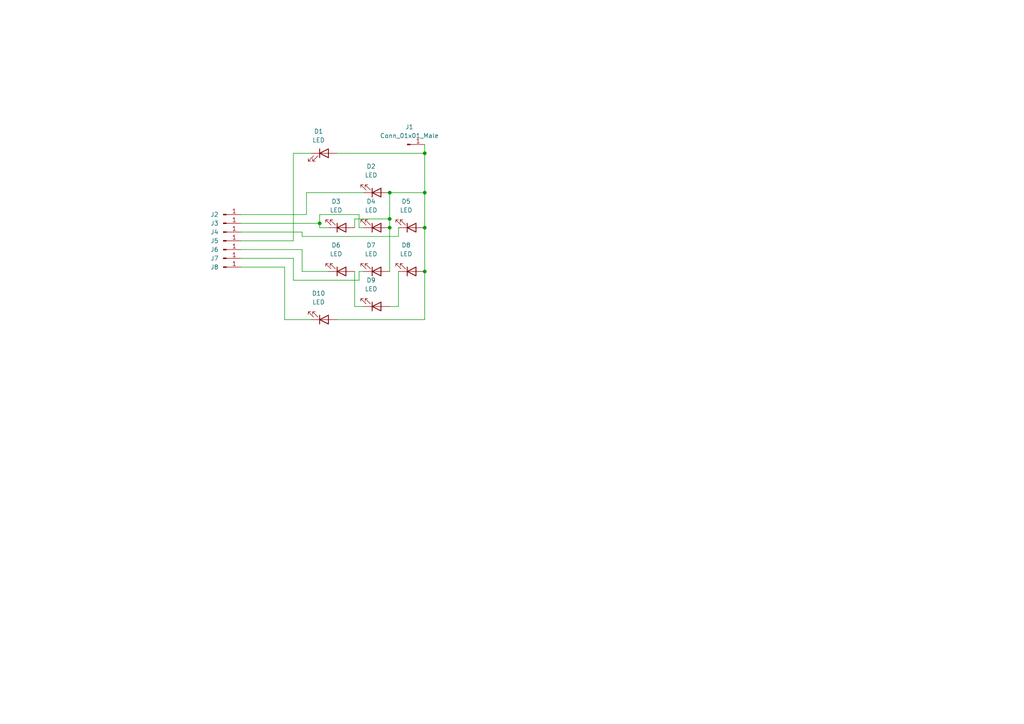
<source format=kicad_sch>
(kicad_sch (version 20211123) (generator eeschema)
  (paper "A4")
  (lib_symbols
    (symbol "Connector:Conn_01x01_Male" (pin_names (offset 1.016) hide)
      (property "Reference" "J" (at 0 2.54 0))
      (property "Value" "Conn_01x01_Male" (at 0 -2.54 0))
      (symbol "Conn_01x01_Male_1_1"
        (polyline (pts (xy 1.27 0) (xy 0.8636 0)) (stroke (width 0.1524)))
        (rectangle (start 0.8636 0.127) (end 0 -0.127) (stroke (width 0.1524)) (fill (type outline)))
        (pin passive line (at 5.08 0 180) (length 3.81) (name "Pin_1") (number "1"))
      )
    )
    (symbol "Device:LED" (pin_numbers hide) (pin_names (offset 1.016) hide)
      (property "Reference" "D" (at 0 2.54 0))
      (property "Value" "LED" (at 0 -2.54 0))
      (symbol "LED_0_1"
        (polyline (pts (xy -1.27 -1.27) (xy -1.27 1.27)) (stroke (width 0.254)))
        (polyline (pts (xy -1.27 0) (xy 1.27 0)))
        (polyline (pts (xy 1.27 -1.27) (xy 1.27 1.27) (xy -1.27 0) (xy 1.27 -1.27)) (stroke (width 0.254)))
        (polyline (pts (xy -3.048 -0.762) (xy -4.572 -2.286) (xy -3.81 -2.286) (xy -4.572 -2.286) (xy -4.572 -1.524)))
        (polyline (pts (xy -1.778 -0.762) (xy -3.302 -2.286) (xy -2.54 -2.286) (xy -3.302 -2.286) (xy -3.302 -1.524)))
      )
      (symbol "LED_1_1"
        (pin passive line (at -3.81 0 0) (length 2.54) (name "K") (number "1"))
        (pin passive line (at 3.81 0 180) (length 2.54) (name "A") (number "2"))
      )
    )
  )
  (junction (at 123.19 44.45))
  (junction (at 123.19 66.04))
  (junction (at 113.03 55.88))
  (junction (at 113.03 63.5))
  (junction (at 123.19 55.88))
  (junction (at 123.19 78.74))
  (junction (at 92.71 64.77))
  (junction (at 113.03 66.04))
  (wire (pts (xy 85.09 44.45) (xy 85.09 69.85)))
  (wire (pts (xy 113.03 55.88) (xy 113.03 63.5)))
  (wire (pts (xy 92.71 62.23) (xy 92.71 64.77)))
  (wire (pts (xy 69.85 67.31) (xy 87.63 67.31)))
  (wire (pts (xy 105.41 55.88) (xy 88.9 55.88)))
  (wire (pts (xy 88.9 55.88) (xy 88.9 62.23)))
  (wire (pts (xy 85.09 69.85) (xy 69.85 69.85)))
  (wire (pts (xy 87.63 78.74) (xy 87.63 72.39)))
  (wire (pts (xy 104.14 78.74) (xy 104.14 81.28)))
  (wire (pts (xy 123.19 66.04) (xy 123.19 78.74)))
  (wire (pts (xy 102.87 63.5) (xy 102.87 66.04)))
  (wire (pts (xy 90.17 44.45) (xy 85.09 44.45)))
  (wire (pts (xy 92.71 64.77) (xy 92.71 66.04)))
  (wire (pts (xy 87.63 68.58) (xy 115.57 68.58)))
  (wire (pts (xy 82.55 92.71) (xy 90.17 92.71)))
  (wire (pts (xy 104.14 66.04) (xy 104.14 62.23)))
  (wire (pts (xy 123.19 44.45) (xy 123.19 55.88)))
  (wire (pts (xy 69.85 74.93) (xy 85.09 74.93)))
  (wire (pts (xy 92.71 62.23) (xy 104.14 62.23)))
  (wire (pts (xy 104.14 81.28) (xy 85.09 81.28)))
  (wire (pts (xy 95.25 66.04) (xy 92.71 66.04)))
  (wire (pts (xy 95.25 78.74) (xy 87.63 78.74)))
  (wire (pts (xy 113.03 63.5) (xy 102.87 63.5)))
  (wire (pts (xy 123.19 55.88) (xy 123.19 66.04)))
  (wire (pts (xy 69.85 64.77) (xy 92.71 64.77)))
  (wire (pts (xy 123.19 78.74) (xy 123.19 92.71)))
  (wire (pts (xy 105.41 66.04) (xy 104.14 66.04)))
  (wire (pts (xy 115.57 78.74) (xy 115.57 88.9)))
  (wire (pts (xy 69.85 62.23) (xy 88.9 62.23)))
  (wire (pts (xy 82.55 92.71) (xy 82.55 77.47)))
  (wire (pts (xy 87.63 68.58) (xy 87.63 67.31)))
  (wire (pts (xy 105.41 88.9) (xy 102.87 88.9)))
  (wire (pts (xy 123.19 55.88) (xy 113.03 55.88)))
  (wire (pts (xy 113.03 66.04) (xy 113.03 78.74)))
  (wire (pts (xy 123.19 44.45) (xy 123.19 41.91)))
  (wire (pts (xy 113.03 63.5) (xy 113.03 66.04)))
  (wire (pts (xy 97.79 44.45) (xy 123.19 44.45)))
  (wire (pts (xy 102.87 88.9) (xy 102.87 78.74)))
  (wire (pts (xy 85.09 81.28) (xy 85.09 74.93)))
  (wire (pts (xy 105.41 78.74) (xy 104.14 78.74)))
  (wire (pts (xy 123.19 92.71) (xy 97.79 92.71)))
  (wire (pts (xy 115.57 66.04) (xy 115.57 68.58)))
  (wire (pts (xy 69.85 77.47) (xy 82.55 77.47)))
  (wire (pts (xy 115.57 88.9) (xy 113.03 88.9)))
  (wire (pts (xy 87.63 72.39) (xy 69.85 72.39)))
  (symbol (lib_id "Device:LED") (at 119.38 78.74 0) (mirror x) (unit 1)
    (property "Reference" "D8" (at 117.7925 71.12 0))
    (property "Value" "LED" (at 117.7925 73.66 0))
    (property "Footprint" "LED_SMD:LED_0402_1005Metric" (effects hide))
  )
  (symbol (lib_id "Device:LED") (at 99.06 78.74 0) (mirror x) (unit 1)
    (property "Reference" "D6" (at 97.4725 71.12 0))
    (property "Value" "LED" (at 97.4725 73.66 0))
    (property "Footprint" "LED_SMD:LED_0402_1005Metric" (effects hide))
  )
  (symbol (lib_id "Device:LED") (at 93.98 92.71 0) (mirror x) (unit 1)
    (property "Reference" "D10" (at 92.3925 85.09 0))
    (property "Value" "LED" (at 92.3925 87.63 0))
    (property "Footprint" "LED_SMD:LED_0402_1005Metric" (effects hide))
  )
  (symbol (lib_id "Connector:Conn_01x01_Male") (at 64.77 77.47 0) (unit 1)
    (property "Reference" "J8" (at 62.23 77.47 0))
    (property "Value" "Conn_01x01_Male" (effects hide))
    (property "Footprint" "Connector_Wire:SolderWirePad_1x01_SMD_1x2mm" (effects hide))
  )
  (symbol (lib_id "Device:LED") (at 109.22 88.9 0) (mirror x) (unit 1)
    (property "Reference" "D9" (at 107.6325 81.28 0))
    (property "Value" "LED" (at 107.6325 83.82 0))
    (property "Footprint" "LED_SMD:LED_0402_1005Metric" (effects hide))
  )
  (symbol (lib_id "Device:LED") (at 109.22 66.04 0) (mirror x) (unit 1)
    (property "Reference" "D4" (at 107.6325 58.42 0))
    (property "Value" "LED" (at 107.6325 60.96 0))
    (property "Footprint" "LED_SMD:LED_0402_1005Metric" (effects hide))
  )
  (symbol (lib_id "Connector:Conn_01x01_Male") (at 64.77 62.23 0) (unit 1)
    (property "Reference" "J2" (at 62.23 62.23 0))
    (property "Value" "Conn_01x01_Male" (effects hide))
    (property "Footprint" "Connector_Wire:SolderWirePad_1x01_SMD_1x2mm" (effects hide))
  )
  (symbol (lib_id "Device:LED") (at 119.38 66.04 0) (mirror x) (unit 1)
    (property "Reference" "D5" (at 117.7925 58.42 0))
    (property "Value" "LED" (at 117.7925 60.96 0))
    (property "Footprint" "LED_SMD:LED_0402_1005Metric" (effects hide))
  )
  (symbol (lib_id "Device:LED") (at 93.98 44.45 0) (unit 1)
    (property "Reference" "D1" (at 92.3925 38.1 0))
    (property "Value" "LED" (at 92.3925 40.64 0))
    (property "Footprint" "LED_SMD:LED_0402_1005Metric" (effects hide))
  )
  (symbol (lib_id "Connector:Conn_01x01_Male") (at 64.77 74.93 0) (unit 1)
    (property "Reference" "J7" (at 62.23 74.93 0))
    (property "Value" "Conn_01x01_Male" (effects hide))
    (property "Footprint" "Connector_Wire:SolderWirePad_1x01_SMD_1x2mm" (effects hide))
  )
  (symbol (lib_id "Connector:Conn_01x01_Male") (at 118.11 41.91 0) (unit 1)
    (property "Reference" "J1" (at 118.745 36.83 0))
    (property "Value" "Conn_01x01_Male" (at 118.745 39.37 0))
    (property "Footprint" "Connector_Wire:SolderWirePad_1x01_SMD_1x2mm" (effects hide))
  )
  (symbol (lib_id "Connector:Conn_01x01_Male") (at 64.77 67.31 0) (unit 1)
    (property "Reference" "J4" (at 62.23 67.31 0))
    (property "Value" "Conn_01x01_Male" (effects hide))
    (property "Footprint" "Connector_Wire:SolderWirePad_1x01_SMD_1x2mm" (effects hide))
  )
  (symbol (lib_id "Device:LED") (at 99.06 66.04 0) (mirror x) (unit 1)
    (property "Reference" "D3" (at 97.4725 58.42 0))
    (property "Value" "LED" (at 97.4725 60.96 0))
    (property "Footprint" "LED_SMD:LED_0402_1005Metric" (effects hide))
  )
  (symbol (lib_id "Device:LED") (at 109.22 78.74 0) (mirror x) (unit 1)
    (property "Reference" "D7" (at 107.6325 71.12 0))
    (property "Value" "LED" (at 107.6325 73.66 0))
    (property "Footprint" "LED_SMD:LED_0402_1005Metric" (effects hide))
  )
  (symbol (lib_id "Connector:Conn_01x01_Male") (at 64.77 69.85 0) (unit 1)
    (property "Reference" "J5" (at 62.23 69.85 0))
    (property "Value" "Conn_01x01_Male" (effects hide))
    (property "Footprint" "Connector_Wire:SolderWirePad_1x01_SMD_1x2mm" (effects hide))
  )
  (symbol (lib_id "Connector:Conn_01x01_Male") (at 64.77 72.39 0) (unit 1)
    (property "Reference" "J6" (at 62.23 72.39 0))
    (property "Value" "Conn_01x01_Male" (effects hide))
    (property "Footprint" "Connector_Wire:SolderWirePad_1x01_SMD_1x2mm" (effects hide))
  )
  (symbol (lib_id "Connector:Conn_01x01_Male") (at 64.77 64.77 0) (unit 1)
    (property "Reference" "J3" (at 62.23 64.77 0))
    (property "Value" "Conn_01x01_Male" (effects hide))
    (property "Footprint" "Connector_Wire:SolderWirePad_1x01_SMD_1x2mm" (effects hide))
  )
  (symbol (lib_id "Device:LED") (at 109.22 55.88 0) (mirror x) (unit 1)
    (property "Reference" "D2" (at 107.6325 48.26 0))
    (property "Value" "LED" (at 107.6325 50.8 0))
    (property "Footprint" "LED_SMD:LED_0402_1005Metric" (effects hide))
  )
)
</source>
